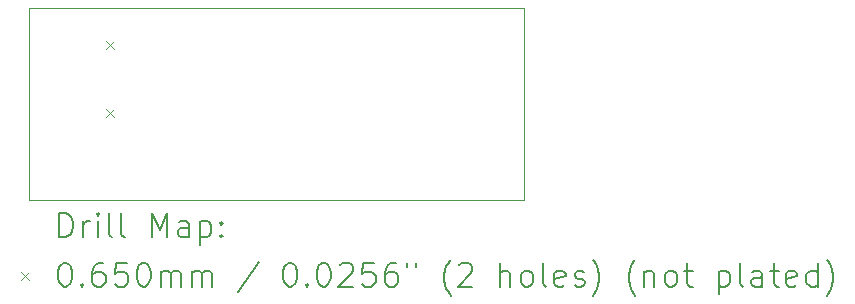
<source format=gbr>
%TF.GenerationSoftware,KiCad,Pcbnew,9.0.3*%
%TF.CreationDate,2025-08-03T15:24:19-04:00*%
%TF.ProjectId,CH32V003A4M6,43483332-5630-4303-9341-344d362e6b69,rev?*%
%TF.SameCoordinates,Original*%
%TF.FileFunction,Drillmap*%
%TF.FilePolarity,Positive*%
%FSLAX45Y45*%
G04 Gerber Fmt 4.5, Leading zero omitted, Abs format (unit mm)*
G04 Created by KiCad (PCBNEW 9.0.3) date 2025-08-03 15:24:19*
%MOMM*%
%LPD*%
G01*
G04 APERTURE LIST*
%ADD10C,0.100000*%
%ADD11C,0.200000*%
G04 APERTURE END LIST*
D10*
X12700000Y-11379200D02*
X16892400Y-11379200D01*
X16892400Y-13004800D01*
X12700000Y-13004800D01*
X12700000Y-11379200D01*
D11*
D10*
X13352500Y-11663500D02*
X13417500Y-11728500D01*
X13417500Y-11663500D02*
X13352500Y-11728500D01*
X13352500Y-12241500D02*
X13417500Y-12306500D01*
X13417500Y-12241500D02*
X13352500Y-12306500D01*
D11*
X12955777Y-13321284D02*
X12955777Y-13121284D01*
X12955777Y-13121284D02*
X13003396Y-13121284D01*
X13003396Y-13121284D02*
X13031967Y-13130808D01*
X13031967Y-13130808D02*
X13051015Y-13149855D01*
X13051015Y-13149855D02*
X13060539Y-13168903D01*
X13060539Y-13168903D02*
X13070062Y-13206998D01*
X13070062Y-13206998D02*
X13070062Y-13235569D01*
X13070062Y-13235569D02*
X13060539Y-13273665D01*
X13060539Y-13273665D02*
X13051015Y-13292712D01*
X13051015Y-13292712D02*
X13031967Y-13311760D01*
X13031967Y-13311760D02*
X13003396Y-13321284D01*
X13003396Y-13321284D02*
X12955777Y-13321284D01*
X13155777Y-13321284D02*
X13155777Y-13187950D01*
X13155777Y-13226046D02*
X13165301Y-13206998D01*
X13165301Y-13206998D02*
X13174824Y-13197474D01*
X13174824Y-13197474D02*
X13193872Y-13187950D01*
X13193872Y-13187950D02*
X13212920Y-13187950D01*
X13279586Y-13321284D02*
X13279586Y-13187950D01*
X13279586Y-13121284D02*
X13270062Y-13130808D01*
X13270062Y-13130808D02*
X13279586Y-13140331D01*
X13279586Y-13140331D02*
X13289110Y-13130808D01*
X13289110Y-13130808D02*
X13279586Y-13121284D01*
X13279586Y-13121284D02*
X13279586Y-13140331D01*
X13403396Y-13321284D02*
X13384348Y-13311760D01*
X13384348Y-13311760D02*
X13374824Y-13292712D01*
X13374824Y-13292712D02*
X13374824Y-13121284D01*
X13508158Y-13321284D02*
X13489110Y-13311760D01*
X13489110Y-13311760D02*
X13479586Y-13292712D01*
X13479586Y-13292712D02*
X13479586Y-13121284D01*
X13736729Y-13321284D02*
X13736729Y-13121284D01*
X13736729Y-13121284D02*
X13803396Y-13264141D01*
X13803396Y-13264141D02*
X13870062Y-13121284D01*
X13870062Y-13121284D02*
X13870062Y-13321284D01*
X14051015Y-13321284D02*
X14051015Y-13216522D01*
X14051015Y-13216522D02*
X14041491Y-13197474D01*
X14041491Y-13197474D02*
X14022443Y-13187950D01*
X14022443Y-13187950D02*
X13984348Y-13187950D01*
X13984348Y-13187950D02*
X13965301Y-13197474D01*
X14051015Y-13311760D02*
X14031967Y-13321284D01*
X14031967Y-13321284D02*
X13984348Y-13321284D01*
X13984348Y-13321284D02*
X13965301Y-13311760D01*
X13965301Y-13311760D02*
X13955777Y-13292712D01*
X13955777Y-13292712D02*
X13955777Y-13273665D01*
X13955777Y-13273665D02*
X13965301Y-13254617D01*
X13965301Y-13254617D02*
X13984348Y-13245093D01*
X13984348Y-13245093D02*
X14031967Y-13245093D01*
X14031967Y-13245093D02*
X14051015Y-13235569D01*
X14146253Y-13187950D02*
X14146253Y-13387950D01*
X14146253Y-13197474D02*
X14165301Y-13187950D01*
X14165301Y-13187950D02*
X14203396Y-13187950D01*
X14203396Y-13187950D02*
X14222443Y-13197474D01*
X14222443Y-13197474D02*
X14231967Y-13206998D01*
X14231967Y-13206998D02*
X14241491Y-13226046D01*
X14241491Y-13226046D02*
X14241491Y-13283188D01*
X14241491Y-13283188D02*
X14231967Y-13302236D01*
X14231967Y-13302236D02*
X14222443Y-13311760D01*
X14222443Y-13311760D02*
X14203396Y-13321284D01*
X14203396Y-13321284D02*
X14165301Y-13321284D01*
X14165301Y-13321284D02*
X14146253Y-13311760D01*
X14327205Y-13302236D02*
X14336729Y-13311760D01*
X14336729Y-13311760D02*
X14327205Y-13321284D01*
X14327205Y-13321284D02*
X14317682Y-13311760D01*
X14317682Y-13311760D02*
X14327205Y-13302236D01*
X14327205Y-13302236D02*
X14327205Y-13321284D01*
X14327205Y-13197474D02*
X14336729Y-13206998D01*
X14336729Y-13206998D02*
X14327205Y-13216522D01*
X14327205Y-13216522D02*
X14317682Y-13206998D01*
X14317682Y-13206998D02*
X14327205Y-13197474D01*
X14327205Y-13197474D02*
X14327205Y-13216522D01*
D10*
X12630000Y-13617300D02*
X12695000Y-13682300D01*
X12695000Y-13617300D02*
X12630000Y-13682300D01*
D11*
X12993872Y-13541284D02*
X13012920Y-13541284D01*
X13012920Y-13541284D02*
X13031967Y-13550808D01*
X13031967Y-13550808D02*
X13041491Y-13560331D01*
X13041491Y-13560331D02*
X13051015Y-13579379D01*
X13051015Y-13579379D02*
X13060539Y-13617474D01*
X13060539Y-13617474D02*
X13060539Y-13665093D01*
X13060539Y-13665093D02*
X13051015Y-13703188D01*
X13051015Y-13703188D02*
X13041491Y-13722236D01*
X13041491Y-13722236D02*
X13031967Y-13731760D01*
X13031967Y-13731760D02*
X13012920Y-13741284D01*
X13012920Y-13741284D02*
X12993872Y-13741284D01*
X12993872Y-13741284D02*
X12974824Y-13731760D01*
X12974824Y-13731760D02*
X12965301Y-13722236D01*
X12965301Y-13722236D02*
X12955777Y-13703188D01*
X12955777Y-13703188D02*
X12946253Y-13665093D01*
X12946253Y-13665093D02*
X12946253Y-13617474D01*
X12946253Y-13617474D02*
X12955777Y-13579379D01*
X12955777Y-13579379D02*
X12965301Y-13560331D01*
X12965301Y-13560331D02*
X12974824Y-13550808D01*
X12974824Y-13550808D02*
X12993872Y-13541284D01*
X13146253Y-13722236D02*
X13155777Y-13731760D01*
X13155777Y-13731760D02*
X13146253Y-13741284D01*
X13146253Y-13741284D02*
X13136729Y-13731760D01*
X13136729Y-13731760D02*
X13146253Y-13722236D01*
X13146253Y-13722236D02*
X13146253Y-13741284D01*
X13327205Y-13541284D02*
X13289110Y-13541284D01*
X13289110Y-13541284D02*
X13270062Y-13550808D01*
X13270062Y-13550808D02*
X13260539Y-13560331D01*
X13260539Y-13560331D02*
X13241491Y-13588903D01*
X13241491Y-13588903D02*
X13231967Y-13626998D01*
X13231967Y-13626998D02*
X13231967Y-13703188D01*
X13231967Y-13703188D02*
X13241491Y-13722236D01*
X13241491Y-13722236D02*
X13251015Y-13731760D01*
X13251015Y-13731760D02*
X13270062Y-13741284D01*
X13270062Y-13741284D02*
X13308158Y-13741284D01*
X13308158Y-13741284D02*
X13327205Y-13731760D01*
X13327205Y-13731760D02*
X13336729Y-13722236D01*
X13336729Y-13722236D02*
X13346253Y-13703188D01*
X13346253Y-13703188D02*
X13346253Y-13655569D01*
X13346253Y-13655569D02*
X13336729Y-13636522D01*
X13336729Y-13636522D02*
X13327205Y-13626998D01*
X13327205Y-13626998D02*
X13308158Y-13617474D01*
X13308158Y-13617474D02*
X13270062Y-13617474D01*
X13270062Y-13617474D02*
X13251015Y-13626998D01*
X13251015Y-13626998D02*
X13241491Y-13636522D01*
X13241491Y-13636522D02*
X13231967Y-13655569D01*
X13527205Y-13541284D02*
X13431967Y-13541284D01*
X13431967Y-13541284D02*
X13422443Y-13636522D01*
X13422443Y-13636522D02*
X13431967Y-13626998D01*
X13431967Y-13626998D02*
X13451015Y-13617474D01*
X13451015Y-13617474D02*
X13498634Y-13617474D01*
X13498634Y-13617474D02*
X13517682Y-13626998D01*
X13517682Y-13626998D02*
X13527205Y-13636522D01*
X13527205Y-13636522D02*
X13536729Y-13655569D01*
X13536729Y-13655569D02*
X13536729Y-13703188D01*
X13536729Y-13703188D02*
X13527205Y-13722236D01*
X13527205Y-13722236D02*
X13517682Y-13731760D01*
X13517682Y-13731760D02*
X13498634Y-13741284D01*
X13498634Y-13741284D02*
X13451015Y-13741284D01*
X13451015Y-13741284D02*
X13431967Y-13731760D01*
X13431967Y-13731760D02*
X13422443Y-13722236D01*
X13660539Y-13541284D02*
X13679586Y-13541284D01*
X13679586Y-13541284D02*
X13698634Y-13550808D01*
X13698634Y-13550808D02*
X13708158Y-13560331D01*
X13708158Y-13560331D02*
X13717682Y-13579379D01*
X13717682Y-13579379D02*
X13727205Y-13617474D01*
X13727205Y-13617474D02*
X13727205Y-13665093D01*
X13727205Y-13665093D02*
X13717682Y-13703188D01*
X13717682Y-13703188D02*
X13708158Y-13722236D01*
X13708158Y-13722236D02*
X13698634Y-13731760D01*
X13698634Y-13731760D02*
X13679586Y-13741284D01*
X13679586Y-13741284D02*
X13660539Y-13741284D01*
X13660539Y-13741284D02*
X13641491Y-13731760D01*
X13641491Y-13731760D02*
X13631967Y-13722236D01*
X13631967Y-13722236D02*
X13622443Y-13703188D01*
X13622443Y-13703188D02*
X13612920Y-13665093D01*
X13612920Y-13665093D02*
X13612920Y-13617474D01*
X13612920Y-13617474D02*
X13622443Y-13579379D01*
X13622443Y-13579379D02*
X13631967Y-13560331D01*
X13631967Y-13560331D02*
X13641491Y-13550808D01*
X13641491Y-13550808D02*
X13660539Y-13541284D01*
X13812920Y-13741284D02*
X13812920Y-13607950D01*
X13812920Y-13626998D02*
X13822443Y-13617474D01*
X13822443Y-13617474D02*
X13841491Y-13607950D01*
X13841491Y-13607950D02*
X13870063Y-13607950D01*
X13870063Y-13607950D02*
X13889110Y-13617474D01*
X13889110Y-13617474D02*
X13898634Y-13636522D01*
X13898634Y-13636522D02*
X13898634Y-13741284D01*
X13898634Y-13636522D02*
X13908158Y-13617474D01*
X13908158Y-13617474D02*
X13927205Y-13607950D01*
X13927205Y-13607950D02*
X13955777Y-13607950D01*
X13955777Y-13607950D02*
X13974824Y-13617474D01*
X13974824Y-13617474D02*
X13984348Y-13636522D01*
X13984348Y-13636522D02*
X13984348Y-13741284D01*
X14079586Y-13741284D02*
X14079586Y-13607950D01*
X14079586Y-13626998D02*
X14089110Y-13617474D01*
X14089110Y-13617474D02*
X14108158Y-13607950D01*
X14108158Y-13607950D02*
X14136729Y-13607950D01*
X14136729Y-13607950D02*
X14155777Y-13617474D01*
X14155777Y-13617474D02*
X14165301Y-13636522D01*
X14165301Y-13636522D02*
X14165301Y-13741284D01*
X14165301Y-13636522D02*
X14174824Y-13617474D01*
X14174824Y-13617474D02*
X14193872Y-13607950D01*
X14193872Y-13607950D02*
X14222443Y-13607950D01*
X14222443Y-13607950D02*
X14241491Y-13617474D01*
X14241491Y-13617474D02*
X14251015Y-13636522D01*
X14251015Y-13636522D02*
X14251015Y-13741284D01*
X14641491Y-13531760D02*
X14470063Y-13788903D01*
X14898634Y-13541284D02*
X14917682Y-13541284D01*
X14917682Y-13541284D02*
X14936729Y-13550808D01*
X14936729Y-13550808D02*
X14946253Y-13560331D01*
X14946253Y-13560331D02*
X14955777Y-13579379D01*
X14955777Y-13579379D02*
X14965301Y-13617474D01*
X14965301Y-13617474D02*
X14965301Y-13665093D01*
X14965301Y-13665093D02*
X14955777Y-13703188D01*
X14955777Y-13703188D02*
X14946253Y-13722236D01*
X14946253Y-13722236D02*
X14936729Y-13731760D01*
X14936729Y-13731760D02*
X14917682Y-13741284D01*
X14917682Y-13741284D02*
X14898634Y-13741284D01*
X14898634Y-13741284D02*
X14879586Y-13731760D01*
X14879586Y-13731760D02*
X14870063Y-13722236D01*
X14870063Y-13722236D02*
X14860539Y-13703188D01*
X14860539Y-13703188D02*
X14851015Y-13665093D01*
X14851015Y-13665093D02*
X14851015Y-13617474D01*
X14851015Y-13617474D02*
X14860539Y-13579379D01*
X14860539Y-13579379D02*
X14870063Y-13560331D01*
X14870063Y-13560331D02*
X14879586Y-13550808D01*
X14879586Y-13550808D02*
X14898634Y-13541284D01*
X15051015Y-13722236D02*
X15060539Y-13731760D01*
X15060539Y-13731760D02*
X15051015Y-13741284D01*
X15051015Y-13741284D02*
X15041491Y-13731760D01*
X15041491Y-13731760D02*
X15051015Y-13722236D01*
X15051015Y-13722236D02*
X15051015Y-13741284D01*
X15184348Y-13541284D02*
X15203396Y-13541284D01*
X15203396Y-13541284D02*
X15222444Y-13550808D01*
X15222444Y-13550808D02*
X15231967Y-13560331D01*
X15231967Y-13560331D02*
X15241491Y-13579379D01*
X15241491Y-13579379D02*
X15251015Y-13617474D01*
X15251015Y-13617474D02*
X15251015Y-13665093D01*
X15251015Y-13665093D02*
X15241491Y-13703188D01*
X15241491Y-13703188D02*
X15231967Y-13722236D01*
X15231967Y-13722236D02*
X15222444Y-13731760D01*
X15222444Y-13731760D02*
X15203396Y-13741284D01*
X15203396Y-13741284D02*
X15184348Y-13741284D01*
X15184348Y-13741284D02*
X15165301Y-13731760D01*
X15165301Y-13731760D02*
X15155777Y-13722236D01*
X15155777Y-13722236D02*
X15146253Y-13703188D01*
X15146253Y-13703188D02*
X15136729Y-13665093D01*
X15136729Y-13665093D02*
X15136729Y-13617474D01*
X15136729Y-13617474D02*
X15146253Y-13579379D01*
X15146253Y-13579379D02*
X15155777Y-13560331D01*
X15155777Y-13560331D02*
X15165301Y-13550808D01*
X15165301Y-13550808D02*
X15184348Y-13541284D01*
X15327206Y-13560331D02*
X15336729Y-13550808D01*
X15336729Y-13550808D02*
X15355777Y-13541284D01*
X15355777Y-13541284D02*
X15403396Y-13541284D01*
X15403396Y-13541284D02*
X15422444Y-13550808D01*
X15422444Y-13550808D02*
X15431967Y-13560331D01*
X15431967Y-13560331D02*
X15441491Y-13579379D01*
X15441491Y-13579379D02*
X15441491Y-13598427D01*
X15441491Y-13598427D02*
X15431967Y-13626998D01*
X15431967Y-13626998D02*
X15317682Y-13741284D01*
X15317682Y-13741284D02*
X15441491Y-13741284D01*
X15622444Y-13541284D02*
X15527206Y-13541284D01*
X15527206Y-13541284D02*
X15517682Y-13636522D01*
X15517682Y-13636522D02*
X15527206Y-13626998D01*
X15527206Y-13626998D02*
X15546253Y-13617474D01*
X15546253Y-13617474D02*
X15593872Y-13617474D01*
X15593872Y-13617474D02*
X15612920Y-13626998D01*
X15612920Y-13626998D02*
X15622444Y-13636522D01*
X15622444Y-13636522D02*
X15631967Y-13655569D01*
X15631967Y-13655569D02*
X15631967Y-13703188D01*
X15631967Y-13703188D02*
X15622444Y-13722236D01*
X15622444Y-13722236D02*
X15612920Y-13731760D01*
X15612920Y-13731760D02*
X15593872Y-13741284D01*
X15593872Y-13741284D02*
X15546253Y-13741284D01*
X15546253Y-13741284D02*
X15527206Y-13731760D01*
X15527206Y-13731760D02*
X15517682Y-13722236D01*
X15803396Y-13541284D02*
X15765301Y-13541284D01*
X15765301Y-13541284D02*
X15746253Y-13550808D01*
X15746253Y-13550808D02*
X15736729Y-13560331D01*
X15736729Y-13560331D02*
X15717682Y-13588903D01*
X15717682Y-13588903D02*
X15708158Y-13626998D01*
X15708158Y-13626998D02*
X15708158Y-13703188D01*
X15708158Y-13703188D02*
X15717682Y-13722236D01*
X15717682Y-13722236D02*
X15727206Y-13731760D01*
X15727206Y-13731760D02*
X15746253Y-13741284D01*
X15746253Y-13741284D02*
X15784348Y-13741284D01*
X15784348Y-13741284D02*
X15803396Y-13731760D01*
X15803396Y-13731760D02*
X15812920Y-13722236D01*
X15812920Y-13722236D02*
X15822444Y-13703188D01*
X15822444Y-13703188D02*
X15822444Y-13655569D01*
X15822444Y-13655569D02*
X15812920Y-13636522D01*
X15812920Y-13636522D02*
X15803396Y-13626998D01*
X15803396Y-13626998D02*
X15784348Y-13617474D01*
X15784348Y-13617474D02*
X15746253Y-13617474D01*
X15746253Y-13617474D02*
X15727206Y-13626998D01*
X15727206Y-13626998D02*
X15717682Y-13636522D01*
X15717682Y-13636522D02*
X15708158Y-13655569D01*
X15898634Y-13541284D02*
X15898634Y-13579379D01*
X15974825Y-13541284D02*
X15974825Y-13579379D01*
X16270063Y-13817474D02*
X16260539Y-13807950D01*
X16260539Y-13807950D02*
X16241491Y-13779379D01*
X16241491Y-13779379D02*
X16231968Y-13760331D01*
X16231968Y-13760331D02*
X16222444Y-13731760D01*
X16222444Y-13731760D02*
X16212920Y-13684141D01*
X16212920Y-13684141D02*
X16212920Y-13646046D01*
X16212920Y-13646046D02*
X16222444Y-13598427D01*
X16222444Y-13598427D02*
X16231968Y-13569855D01*
X16231968Y-13569855D02*
X16241491Y-13550808D01*
X16241491Y-13550808D02*
X16260539Y-13522236D01*
X16260539Y-13522236D02*
X16270063Y-13512712D01*
X16336729Y-13560331D02*
X16346253Y-13550808D01*
X16346253Y-13550808D02*
X16365301Y-13541284D01*
X16365301Y-13541284D02*
X16412920Y-13541284D01*
X16412920Y-13541284D02*
X16431968Y-13550808D01*
X16431968Y-13550808D02*
X16441491Y-13560331D01*
X16441491Y-13560331D02*
X16451015Y-13579379D01*
X16451015Y-13579379D02*
X16451015Y-13598427D01*
X16451015Y-13598427D02*
X16441491Y-13626998D01*
X16441491Y-13626998D02*
X16327206Y-13741284D01*
X16327206Y-13741284D02*
X16451015Y-13741284D01*
X16689110Y-13741284D02*
X16689110Y-13541284D01*
X16774825Y-13741284D02*
X16774825Y-13636522D01*
X16774825Y-13636522D02*
X16765301Y-13617474D01*
X16765301Y-13617474D02*
X16746253Y-13607950D01*
X16746253Y-13607950D02*
X16717682Y-13607950D01*
X16717682Y-13607950D02*
X16698634Y-13617474D01*
X16698634Y-13617474D02*
X16689110Y-13626998D01*
X16898634Y-13741284D02*
X16879587Y-13731760D01*
X16879587Y-13731760D02*
X16870063Y-13722236D01*
X16870063Y-13722236D02*
X16860539Y-13703188D01*
X16860539Y-13703188D02*
X16860539Y-13646046D01*
X16860539Y-13646046D02*
X16870063Y-13626998D01*
X16870063Y-13626998D02*
X16879587Y-13617474D01*
X16879587Y-13617474D02*
X16898634Y-13607950D01*
X16898634Y-13607950D02*
X16927206Y-13607950D01*
X16927206Y-13607950D02*
X16946253Y-13617474D01*
X16946253Y-13617474D02*
X16955777Y-13626998D01*
X16955777Y-13626998D02*
X16965301Y-13646046D01*
X16965301Y-13646046D02*
X16965301Y-13703188D01*
X16965301Y-13703188D02*
X16955777Y-13722236D01*
X16955777Y-13722236D02*
X16946253Y-13731760D01*
X16946253Y-13731760D02*
X16927206Y-13741284D01*
X16927206Y-13741284D02*
X16898634Y-13741284D01*
X17079587Y-13741284D02*
X17060539Y-13731760D01*
X17060539Y-13731760D02*
X17051015Y-13712712D01*
X17051015Y-13712712D02*
X17051015Y-13541284D01*
X17231968Y-13731760D02*
X17212920Y-13741284D01*
X17212920Y-13741284D02*
X17174825Y-13741284D01*
X17174825Y-13741284D02*
X17155777Y-13731760D01*
X17155777Y-13731760D02*
X17146253Y-13712712D01*
X17146253Y-13712712D02*
X17146253Y-13636522D01*
X17146253Y-13636522D02*
X17155777Y-13617474D01*
X17155777Y-13617474D02*
X17174825Y-13607950D01*
X17174825Y-13607950D02*
X17212920Y-13607950D01*
X17212920Y-13607950D02*
X17231968Y-13617474D01*
X17231968Y-13617474D02*
X17241492Y-13636522D01*
X17241492Y-13636522D02*
X17241492Y-13655569D01*
X17241492Y-13655569D02*
X17146253Y-13674617D01*
X17317682Y-13731760D02*
X17336730Y-13741284D01*
X17336730Y-13741284D02*
X17374825Y-13741284D01*
X17374825Y-13741284D02*
X17393873Y-13731760D01*
X17393873Y-13731760D02*
X17403396Y-13712712D01*
X17403396Y-13712712D02*
X17403396Y-13703188D01*
X17403396Y-13703188D02*
X17393873Y-13684141D01*
X17393873Y-13684141D02*
X17374825Y-13674617D01*
X17374825Y-13674617D02*
X17346253Y-13674617D01*
X17346253Y-13674617D02*
X17327206Y-13665093D01*
X17327206Y-13665093D02*
X17317682Y-13646046D01*
X17317682Y-13646046D02*
X17317682Y-13636522D01*
X17317682Y-13636522D02*
X17327206Y-13617474D01*
X17327206Y-13617474D02*
X17346253Y-13607950D01*
X17346253Y-13607950D02*
X17374825Y-13607950D01*
X17374825Y-13607950D02*
X17393873Y-13617474D01*
X17470063Y-13817474D02*
X17479587Y-13807950D01*
X17479587Y-13807950D02*
X17498634Y-13779379D01*
X17498634Y-13779379D02*
X17508158Y-13760331D01*
X17508158Y-13760331D02*
X17517682Y-13731760D01*
X17517682Y-13731760D02*
X17527206Y-13684141D01*
X17527206Y-13684141D02*
X17527206Y-13646046D01*
X17527206Y-13646046D02*
X17517682Y-13598427D01*
X17517682Y-13598427D02*
X17508158Y-13569855D01*
X17508158Y-13569855D02*
X17498634Y-13550808D01*
X17498634Y-13550808D02*
X17479587Y-13522236D01*
X17479587Y-13522236D02*
X17470063Y-13512712D01*
X17831968Y-13817474D02*
X17822444Y-13807950D01*
X17822444Y-13807950D02*
X17803396Y-13779379D01*
X17803396Y-13779379D02*
X17793873Y-13760331D01*
X17793873Y-13760331D02*
X17784349Y-13731760D01*
X17784349Y-13731760D02*
X17774825Y-13684141D01*
X17774825Y-13684141D02*
X17774825Y-13646046D01*
X17774825Y-13646046D02*
X17784349Y-13598427D01*
X17784349Y-13598427D02*
X17793873Y-13569855D01*
X17793873Y-13569855D02*
X17803396Y-13550808D01*
X17803396Y-13550808D02*
X17822444Y-13522236D01*
X17822444Y-13522236D02*
X17831968Y-13512712D01*
X17908158Y-13607950D02*
X17908158Y-13741284D01*
X17908158Y-13626998D02*
X17917682Y-13617474D01*
X17917682Y-13617474D02*
X17936730Y-13607950D01*
X17936730Y-13607950D02*
X17965301Y-13607950D01*
X17965301Y-13607950D02*
X17984349Y-13617474D01*
X17984349Y-13617474D02*
X17993873Y-13636522D01*
X17993873Y-13636522D02*
X17993873Y-13741284D01*
X18117682Y-13741284D02*
X18098634Y-13731760D01*
X18098634Y-13731760D02*
X18089111Y-13722236D01*
X18089111Y-13722236D02*
X18079587Y-13703188D01*
X18079587Y-13703188D02*
X18079587Y-13646046D01*
X18079587Y-13646046D02*
X18089111Y-13626998D01*
X18089111Y-13626998D02*
X18098634Y-13617474D01*
X18098634Y-13617474D02*
X18117682Y-13607950D01*
X18117682Y-13607950D02*
X18146254Y-13607950D01*
X18146254Y-13607950D02*
X18165301Y-13617474D01*
X18165301Y-13617474D02*
X18174825Y-13626998D01*
X18174825Y-13626998D02*
X18184349Y-13646046D01*
X18184349Y-13646046D02*
X18184349Y-13703188D01*
X18184349Y-13703188D02*
X18174825Y-13722236D01*
X18174825Y-13722236D02*
X18165301Y-13731760D01*
X18165301Y-13731760D02*
X18146254Y-13741284D01*
X18146254Y-13741284D02*
X18117682Y-13741284D01*
X18241492Y-13607950D02*
X18317682Y-13607950D01*
X18270063Y-13541284D02*
X18270063Y-13712712D01*
X18270063Y-13712712D02*
X18279587Y-13731760D01*
X18279587Y-13731760D02*
X18298634Y-13741284D01*
X18298634Y-13741284D02*
X18317682Y-13741284D01*
X18536730Y-13607950D02*
X18536730Y-13807950D01*
X18536730Y-13617474D02*
X18555777Y-13607950D01*
X18555777Y-13607950D02*
X18593873Y-13607950D01*
X18593873Y-13607950D02*
X18612920Y-13617474D01*
X18612920Y-13617474D02*
X18622444Y-13626998D01*
X18622444Y-13626998D02*
X18631968Y-13646046D01*
X18631968Y-13646046D02*
X18631968Y-13703188D01*
X18631968Y-13703188D02*
X18622444Y-13722236D01*
X18622444Y-13722236D02*
X18612920Y-13731760D01*
X18612920Y-13731760D02*
X18593873Y-13741284D01*
X18593873Y-13741284D02*
X18555777Y-13741284D01*
X18555777Y-13741284D02*
X18536730Y-13731760D01*
X18746254Y-13741284D02*
X18727206Y-13731760D01*
X18727206Y-13731760D02*
X18717682Y-13712712D01*
X18717682Y-13712712D02*
X18717682Y-13541284D01*
X18908158Y-13741284D02*
X18908158Y-13636522D01*
X18908158Y-13636522D02*
X18898635Y-13617474D01*
X18898635Y-13617474D02*
X18879587Y-13607950D01*
X18879587Y-13607950D02*
X18841492Y-13607950D01*
X18841492Y-13607950D02*
X18822444Y-13617474D01*
X18908158Y-13731760D02*
X18889111Y-13741284D01*
X18889111Y-13741284D02*
X18841492Y-13741284D01*
X18841492Y-13741284D02*
X18822444Y-13731760D01*
X18822444Y-13731760D02*
X18812920Y-13712712D01*
X18812920Y-13712712D02*
X18812920Y-13693665D01*
X18812920Y-13693665D02*
X18822444Y-13674617D01*
X18822444Y-13674617D02*
X18841492Y-13665093D01*
X18841492Y-13665093D02*
X18889111Y-13665093D01*
X18889111Y-13665093D02*
X18908158Y-13655569D01*
X18974825Y-13607950D02*
X19051015Y-13607950D01*
X19003396Y-13541284D02*
X19003396Y-13712712D01*
X19003396Y-13712712D02*
X19012920Y-13731760D01*
X19012920Y-13731760D02*
X19031968Y-13741284D01*
X19031968Y-13741284D02*
X19051015Y-13741284D01*
X19193873Y-13731760D02*
X19174825Y-13741284D01*
X19174825Y-13741284D02*
X19136730Y-13741284D01*
X19136730Y-13741284D02*
X19117682Y-13731760D01*
X19117682Y-13731760D02*
X19108158Y-13712712D01*
X19108158Y-13712712D02*
X19108158Y-13636522D01*
X19108158Y-13636522D02*
X19117682Y-13617474D01*
X19117682Y-13617474D02*
X19136730Y-13607950D01*
X19136730Y-13607950D02*
X19174825Y-13607950D01*
X19174825Y-13607950D02*
X19193873Y-13617474D01*
X19193873Y-13617474D02*
X19203396Y-13636522D01*
X19203396Y-13636522D02*
X19203396Y-13655569D01*
X19203396Y-13655569D02*
X19108158Y-13674617D01*
X19374825Y-13741284D02*
X19374825Y-13541284D01*
X19374825Y-13731760D02*
X19355777Y-13741284D01*
X19355777Y-13741284D02*
X19317682Y-13741284D01*
X19317682Y-13741284D02*
X19298635Y-13731760D01*
X19298635Y-13731760D02*
X19289111Y-13722236D01*
X19289111Y-13722236D02*
X19279587Y-13703188D01*
X19279587Y-13703188D02*
X19279587Y-13646046D01*
X19279587Y-13646046D02*
X19289111Y-13626998D01*
X19289111Y-13626998D02*
X19298635Y-13617474D01*
X19298635Y-13617474D02*
X19317682Y-13607950D01*
X19317682Y-13607950D02*
X19355777Y-13607950D01*
X19355777Y-13607950D02*
X19374825Y-13617474D01*
X19451016Y-13817474D02*
X19460539Y-13807950D01*
X19460539Y-13807950D02*
X19479587Y-13779379D01*
X19479587Y-13779379D02*
X19489111Y-13760331D01*
X19489111Y-13760331D02*
X19498635Y-13731760D01*
X19498635Y-13731760D02*
X19508158Y-13684141D01*
X19508158Y-13684141D02*
X19508158Y-13646046D01*
X19508158Y-13646046D02*
X19498635Y-13598427D01*
X19498635Y-13598427D02*
X19489111Y-13569855D01*
X19489111Y-13569855D02*
X19479587Y-13550808D01*
X19479587Y-13550808D02*
X19460539Y-13522236D01*
X19460539Y-13522236D02*
X19451016Y-13512712D01*
M02*

</source>
